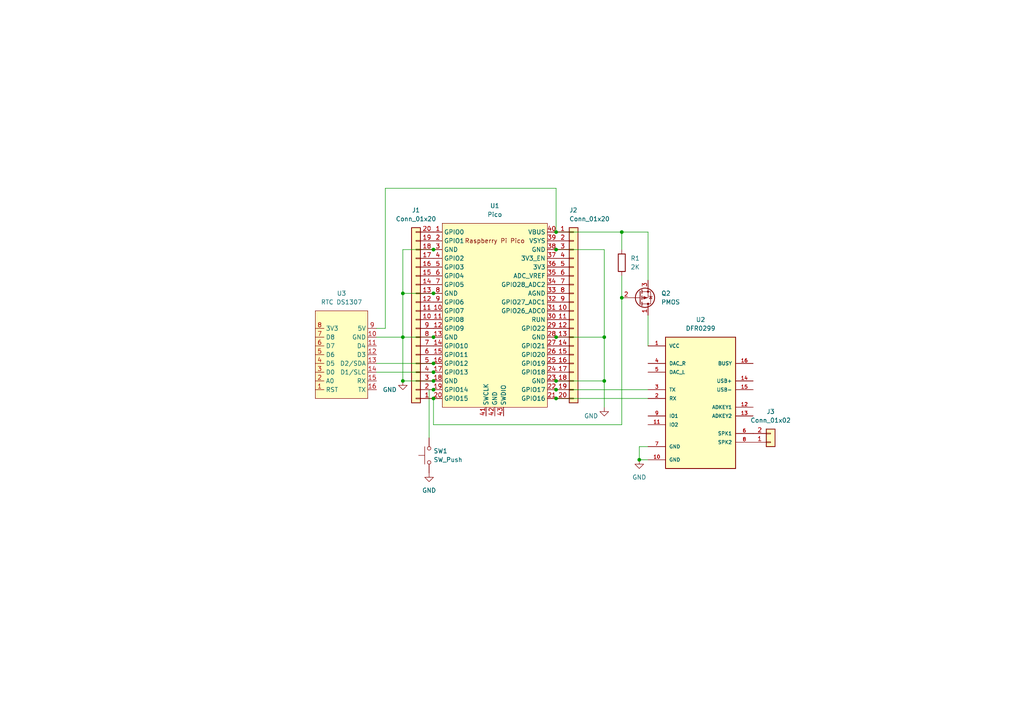
<source format=kicad_sch>
(kicad_sch (version 20230121) (generator eeschema)
  (paper "A4")
  (lib_symbols
    (symbol "Connector_Generic:Conn_01x02" (pin_names (offset 1.016) hide)
      (property "Reference" "J" (at 0 2.54 0))
      (property "Value" "Conn_01x02" (at 0 -5.08 0))
      (symbol "Conn_01x02_1_1"
        (rectangle (start -1.27 -2.413) (end 0 -2.667) (stroke (width 0.1524)))
        (rectangle (start -1.27 0.127) (end 0 -0.127) (stroke (width 0.1524)))
        (rectangle (start -1.27 1.27) (end 1.27 -3.81) (stroke (width 0.254)) (fill (type background)))
        (pin passive line (at -5.08 0 0) (length 3.81) (name "Pin_1") (number "1"))
        (pin passive line (at -5.08 -2.54 0) (length 3.81) (name "Pin_2") (number "2"))
      )
    )
    (symbol "Connector_Generic:Conn_01x20" (pin_names (offset 1.016) hide)
      (property "Reference" "J" (at 0 25.4 0))
      (property "Value" "Conn_01x20" (at 0 -27.94 0))
      (symbol "Conn_01x20_1_1"
        (rectangle (start -1.27 -25.273) (end 0 -25.527) (stroke (width 0.1524)))
        (rectangle (start -1.27 -22.733) (end 0 -22.987) (stroke (width 0.1524)))
        (rectangle (start -1.27 -20.193) (end 0 -20.447) (stroke (width 0.1524)))
        (rectangle (start -1.27 -17.653) (end 0 -17.907) (stroke (width 0.1524)))
        (rectangle (start -1.27 -15.113) (end 0 -15.367) (stroke (width 0.1524)))
        (rectangle (start -1.27 -12.573) (end 0 -12.827) (stroke (width 0.1524)))
        (rectangle (start -1.27 -10.033) (end 0 -10.287) (stroke (width 0.1524)))
        (rectangle (start -1.27 -7.493) (end 0 -7.747) (stroke (width 0.1524)))
        (rectangle (start -1.27 -4.953) (end 0 -5.207) (stroke (width 0.1524)))
        (rectangle (start -1.27 -2.413) (end 0 -2.667) (stroke (width 0.1524)))
        (rectangle (start -1.27 0.127) (end 0 -0.127) (stroke (width 0.1524)))
        (rectangle (start -1.27 2.667) (end 0 2.413) (stroke (width 0.1524)))
        (rectangle (start -1.27 5.207) (end 0 4.953) (stroke (width 0.1524)))
        (rectangle (start -1.27 7.747) (end 0 7.493) (stroke (width 0.1524)))
        (rectangle (start -1.27 10.287) (end 0 10.033) (stroke (width 0.1524)))
        (rectangle (start -1.27 12.827) (end 0 12.573) (stroke (width 0.1524)))
        (rectangle (start -1.27 15.367) (end 0 15.113) (stroke (width 0.1524)))
        (rectangle (start -1.27 17.907) (end 0 17.653) (stroke (width 0.1524)))
        (rectangle (start -1.27 20.447) (end 0 20.193) (stroke (width 0.1524)))
        (rectangle (start -1.27 22.987) (end 0 22.733) (stroke (width 0.1524)))
        (rectangle (start -1.27 24.13) (end 1.27 -26.67) (stroke (width 0.254)) (fill (type background)))
        (pin passive line (at -5.08 22.86 0) (length 3.81) (name "Pin_1") (number "1"))
        (pin passive line (at -5.08 0 0) (length 3.81) (name "Pin_10") (number "10"))
        (pin passive line (at -5.08 -2.54 0) (length 3.81) (name "Pin_11") (number "11"))
        (pin passive line (at -5.08 -5.08 0) (length 3.81) (name "Pin_12") (number "12"))
        (pin passive line (at -5.08 -7.62 0) (length 3.81) (name "Pin_13") (number "13"))
        (pin passive line (at -5.08 -10.16 0) (length 3.81) (name "Pin_14") (number "14"))
        (pin passive line (at -5.08 -12.7 0) (length 3.81) (name "Pin_15") (number "15"))
        (pin passive line (at -5.08 -15.24 0) (length 3.81) (name "Pin_16") (number "16"))
        (pin passive line (at -5.08 -17.78 0) (length 3.81) (name "Pin_17") (number "17"))
        (pin passive line (at -5.08 -20.32 0) (length 3.81) (name "Pin_18") (number "18"))
        (pin passive line (at -5.08 -22.86 0) (length 3.81) (name "Pin_19") (number "19"))
        (pin passive line (at -5.08 20.32 0) (length 3.81) (name "Pin_2") (number "2"))
        (pin passive line (at -5.08 -25.4 0) (length 3.81) (name "Pin_20") (number "20"))
        (pin passive line (at -5.08 17.78 0) (length 3.81) (name "Pin_3") (number "3"))
        (pin passive line (at -5.08 15.24 0) (length 3.81) (name "Pin_4") (number "4"))
        (pin passive line (at -5.08 12.7 0) (length 3.81) (name "Pin_5") (number "5"))
        (pin passive line (at -5.08 10.16 0) (length 3.81) (name "Pin_6") (number "6"))
        (pin passive line (at -5.08 7.62 0) (length 3.81) (name "Pin_7") (number "7"))
        (pin passive line (at -5.08 5.08 0) (length 3.81) (name "Pin_8") (number "8"))
        (pin passive line (at -5.08 2.54 0) (length 3.81) (name "Pin_9") (number "9"))
      )
    )
    (symbol "DFR0299:DFR0299" (pin_names (offset 1.016))
      (property "Reference" "U2" (at 0 22.86 0))
      (property "Value" "DFR0299" (at 0 20.32 0))
      (symbol "DFR0299_0_0"
        (rectangle (start -10.16 -20.32) (end 10.16 17.78) (stroke (width 0.254)) (fill (type background)))
        (pin power_in line (at 15.24 15.24 180) (length 5.08) (name "VCC") (number "1"))
        (pin power_in line (at 15.24 -17.78 180) (length 5.08) (name "GND") (number "10"))
        (pin bidirectional line (at 15.24 -7.62 180) (length 5.08) (name "IO2") (number "11"))
        (pin input line (at -15.24 -2.54 0) (length 5.08) (name "ADKEY1") (number "12"))
        (pin input line (at -15.24 -5.08 0) (length 5.08) (name "ADKEY2") (number "13"))
        (pin input line (at -15.24 5.08 0) (length 5.08) (name "USB+") (number "14"))
        (pin input line (at -15.24 2.54 0) (length 5.08) (name "USB-") (number "15"))
        (pin input line (at -15.24 10.16 0) (length 5.08) (name "BUSY") (number "16"))
        (pin input line (at 15.24 0 180) (length 5.08) (name "RX") (number "2"))
        (pin output line (at 15.24 2.54 180) (length 5.08) (name "TX") (number "3"))
        (pin output line (at 15.24 10.16 180) (length 5.08) (name "DAC_R") (number "4"))
        (pin output line (at 15.24 7.62 180) (length 5.08) (name "DAC_L") (number "5"))
        (pin passive line (at -15.24 -10.16 0) (length 5.08) (name "SPK1") (number "6"))
        (pin passive line (at -15.24 -12.7 0) (length 5.08) (name "SPK2") (number "8"))
        (pin bidirectional line (at 15.24 -5.08 180) (length 5.08) (name "IO1") (number "9"))
      )
      (symbol "DFR0299_1_0"
        (pin power_in line (at 15.24 -13.97 180) (length 5.08) (name "GND") (number "7"))
      )
    )
    (symbol "Device:R" (pin_numbers hide) (pin_names (offset 0))
      (property "Reference" "R" (at 2.032 0 90))
      (property "Value" "R" (at 0 0 90))
      (symbol "R_0_1"
        (rectangle (start -1.016 -2.54) (end 1.016 2.54) (stroke (width 0.254)))
      )
      (symbol "R_1_1"
        (pin passive line (at 0 3.81 270) (length 1.27) (name "~") (number "1"))
        (pin passive line (at 0 -3.81 90) (length 1.27) (name "~") (number "2"))
      )
    )
    (symbol "MCU_RaspberryPi_and_Boards:Pico"
      (property "Reference" "U" (at -13.97 27.94 0))
      (property "Value" "Pico" (at 0 19.05 0))
      (symbol "Pico_0_0"
        (text "Raspberry Pi Pico" (at 0 21.59 0) (effects (font (size 1.27 1.27))))
      )
      (symbol "Pico_0_1"
        (rectangle (start -15.24 26.67) (end 15.24 -26.67) (fill (type background)))
      )
      (symbol "Pico_1_1"
        (pin bidirectional line (at -17.78 24.13 0) (length 2.54) (name "GPIO0") (number "1"))
        (pin bidirectional line (at -17.78 1.27 0) (length 2.54) (name "GPIO7") (number "10"))
        (pin bidirectional line (at -17.78 -1.27 0) (length 2.54) (name "GPIO8") (number "11"))
        (pin bidirectional line (at -17.78 -3.81 0) (length 2.54) (name "GPIO9") (number "12"))
        (pin power_in line (at -17.78 -6.35 0) (length 2.54) (name "GND") (number "13"))
        (pin bidirectional line (at -17.78 -8.89 0) (length 2.54) (name "GPIO10") (number "14"))
        (pin bidirectional line (at -17.78 -11.43 0) (length 2.54) (name "GPIO11") (number "15"))
        (pin bidirectional line (at -17.78 -13.97 0) (length 2.54) (name "GPIO12") (number "16"))
        (pin bidirectional line (at -17.78 -16.51 0) (length 2.54) (name "GPIO13") (number "17"))
        (pin power_in line (at -17.78 -19.05 0) (length 2.54) (name "GND") (number "18"))
        (pin bidirectional line (at -17.78 -21.59 0) (length 2.54) (name "GPIO14") (number "19"))
        (pin bidirectional line (at -17.78 21.59 0) (length 2.54) (name "GPIO1") (number "2"))
        (pin bidirectional line (at -17.78 -24.13 0) (length 2.54) (name "GPIO15") (number "20"))
        (pin bidirectional line (at 17.78 -24.13 180) (length 2.54) (name "GPIO16") (number "21"))
        (pin bidirectional line (at 17.78 -21.59 180) (length 2.54) (name "GPIO17") (number "22"))
        (pin power_in line (at 17.78 -19.05 180) (length 2.54) (name "GND") (number "23"))
        (pin bidirectional line (at 17.78 -16.51 180) (length 2.54) (name "GPIO18") (number "24"))
        (pin bidirectional line (at 17.78 -13.97 180) (length 2.54) (name "GPIO19") (number "25"))
        (pin bidirectional line (at 17.78 -11.43 180) (length 2.54) (name "GPIO20") (number "26"))
        (pin bidirectional line (at 17.78 -8.89 180) (length 2.54) (name "GPIO21") (number "27"))
        (pin power_in line (at 17.78 -6.35 180) (length 2.54) (name "GND") (number "28"))
        (pin bidirectional line (at 17.78 -3.81 180) (length 2.54) (name "GPIO22") (number "29"))
        (pin power_in line (at -17.78 19.05 0) (length 2.54) (name "GND") (number "3"))
        (pin input line (at 17.78 -1.27 180) (length 2.54) (name "RUN") (number "30"))
        (pin bidirectional line (at 17.78 1.27 180) (length 2.54) (name "GPIO26_ADC0") (number "31"))
        (pin bidirectional line (at 17.78 3.81 180) (length 2.54) (name "GPIO27_ADC1") (number "32"))
        (pin power_in line (at 17.78 6.35 180) (length 2.54) (name "AGND") (number "33"))
        (pin bidirectional line (at 17.78 8.89 180) (length 2.54) (name "GPIO28_ADC2") (number "34"))
        (pin power_in line (at 17.78 11.43 180) (length 2.54) (name "ADC_VREF") (number "35"))
        (pin power_in line (at 17.78 13.97 180) (length 2.54) (name "3V3") (number "36"))
        (pin input line (at 17.78 16.51 180) (length 2.54) (name "3V3_EN") (number "37"))
        (pin bidirectional line (at 17.78 19.05 180) (length 2.54) (name "GND") (number "38"))
        (pin power_in line (at 17.78 21.59 180) (length 2.54) (name "VSYS") (number "39"))
        (pin bidirectional line (at -17.78 16.51 0) (length 2.54) (name "GPIO2") (number "4"))
        (pin power_in line (at 17.78 24.13 180) (length 2.54) (name "VBUS") (number "40"))
        (pin input line (at -2.54 -29.21 90) (length 2.54) (name "SWCLK") (number "41"))
        (pin power_in line (at 0 -29.21 90) (length 2.54) (name "GND") (number "42"))
        (pin bidirectional line (at 2.54 -29.21 90) (length 2.54) (name "SWDIO") (number "43"))
        (pin bidirectional line (at -17.78 13.97 0) (length 2.54) (name "GPIO3") (number "5"))
        (pin bidirectional line (at -17.78 11.43 0) (length 2.54) (name "GPIO4") (number "6"))
        (pin bidirectional line (at -17.78 8.89 0) (length 2.54) (name "GPIO5") (number "7"))
        (pin power_in line (at -17.78 6.35 0) (length 2.54) (name "GND") (number "8"))
        (pin bidirectional line (at -17.78 3.81 0) (length 2.54) (name "GPIO6") (number "9"))
      )
    )
    (symbol "RCT DS1307:RTC__DS1307"
      (property "Reference" "U3" (at 0 -30.48 0))
      (property "Value" "RTC DS1307" (at 0 -27.94 0))
      (symbol "RTC__DS1307_1_1"
        (rectangle (start -7.62 0) (end 7.62 -25.4) (fill (type background)))
        (pin output line (at 7.62 -2.54 180) (length 2.54) (name "RST") (number "1"))
        (pin input line (at -10.16 -17.78 0) (length 2.54) (name "GND") (number "10"))
        (pin input line (at -10.16 -15.24 0) (length 2.54) (name "D4") (number "11"))
        (pin input line (at -10.16 -12.7 0) (length 2.54) (name "D3") (number "12"))
        (pin input line (at -10.16 -10.16 0) (length 2.54) (name "D2/SDA") (number "13"))
        (pin input line (at -10.16 -7.62 0) (length 2.54) (name "D1/SLC") (number "14"))
        (pin input line (at -10.16 -5.08 0) (length 2.54) (name "RX") (number "15"))
        (pin input line (at -10.16 -2.54 0) (length 2.54) (name "TX") (number "16"))
        (pin output line (at 7.62 -5.08 180) (length 2.54) (name "A0") (number "2"))
        (pin output line (at 7.62 -7.62 180) (length 2.54) (name "D0") (number "3"))
        (pin output line (at 7.62 -10.16 180) (length 2.54) (name "D5") (number "4"))
        (pin output line (at 7.62 -12.7 180) (length 2.54) (name "D6") (number "5"))
        (pin output line (at 7.62 -15.24 180) (length 2.54) (name "D7") (number "6"))
        (pin output line (at 7.62 -17.78 180) (length 2.54) (name "D8") (number "7"))
        (pin output line (at 7.62 -20.32 180) (length 2.54) (name "3V3") (number "8"))
        (pin input line (at -10.16 -20.32 0) (length 2.54) (name "5V") (number "9"))
      )
    )
    (symbol "Switch:SW_Push" (pin_numbers hide) (pin_names (offset 1.016) hide)
      (property "Reference" "SW" (at 1.27 2.54 0))
      (property "Value" "SW_Push" (at 0 -1.524 0))
      (symbol "SW_Push_0_1"
        (circle (center -2.032 0) (radius 0.508))
        (polyline (pts (xy 0 1.27) (xy 0 3.048)))
        (polyline (pts (xy 2.54 1.27) (xy -2.54 1.27)))
        (circle (center 2.032 0) (radius 0.508))
        (pin passive line (at -5.08 0 0) (length 2.54) (name "1") (number "1"))
        (pin passive line (at 5.08 0 180) (length 2.54) (name "2") (number "2"))
      )
    )
    (symbol "Transistor_FET:BS250" (pin_names hide)
      (property "Reference" "Q" (at 5.08 1.905 0))
      (property "Value" "BS250" (at 5.08 0 0))
      (symbol "BS250_0_1"
        (polyline (pts (xy 0.254 0) (xy -2.54 0)))
        (polyline (pts (xy 0.254 1.905) (xy 0.254 -1.905)) (stroke (width 0.254)))
        (polyline (pts (xy 0.762 -1.27) (xy 0.762 -2.286)) (stroke (width 0.254)))
        (polyline (pts (xy 0.762 0.508) (xy 0.762 -0.508)) (stroke (width 0.254)))
        (polyline (pts (xy 0.762 2.286) (xy 0.762 1.27)) (stroke (width 0.254)))
        (polyline (pts (xy 2.54 2.54) (xy 2.54 1.778)))
        (polyline (pts (xy 2.54 -2.54) (xy 2.54 0) (xy 0.762 0)))
        (polyline (pts (xy 0.762 1.778) (xy 3.302 1.778) (xy 3.302 -1.778) (xy 0.762 -1.778)))
        (polyline (pts (xy 2.286 0) (xy 1.27 0.381) (xy 1.27 -0.381) (xy 2.286 0)) (fill (type outline)))
        (polyline (pts (xy 2.794 -0.508) (xy 2.921 -0.381) (xy 3.683 -0.381) (xy 3.81 -0.254)))
        (polyline (pts (xy 3.302 -0.381) (xy 2.921 0.254) (xy 3.683 0.254) (xy 3.302 -0.381)))
        (circle (center 1.651 0) (radius 2.794) (stroke (width 0.254)))
        (circle (center 2.54 -1.778) (radius 0.254) (fill (type outline)))
        (circle (center 2.54 1.778) (radius 0.254) (fill (type outline)))
      )
      (symbol "BS250_1_1"
        (pin passive line (at 2.54 5.08 270) (length 2.54) (name "D") (number "1"))
        (pin input line (at -5.08 0 0) (length 2.54) (name "G") (number "2"))
        (pin passive line (at 2.54 -5.08 90) (length 2.54) (name "S") (number "3"))
      )
    )
    (symbol "power:GND" (power) (pin_names (offset 0))
      (property "Value" "GND" (at 0 -3.81 0))
      (symbol "GND_0_1"
        (polyline (pts (xy 0 0) (xy 0 -1.27) (xy 1.27 -1.27) (xy 0 -2.54) (xy -1.27 -1.27) (xy 0 -1.27)))
      )
      (symbol "GND_1_1"
        (pin power_in line (at 0 0 270) (length 0) hide (name "GND") (number "1"))
      )
    )
  )
  (junction (at 180.34 67.31))
  (junction (at 185.42 133.35))
  (junction (at 125.73 85.09))
  (junction (at 116.84 97.79))
  (junction (at 125.73 113.03))
  (junction (at 161.29 72.39))
  (junction (at 161.29 115.57))
  (junction (at 125.73 97.79))
  (junction (at 175.26 97.79))
  (junction (at 125.73 107.95))
  (junction (at 180.34 86.36))
  (junction (at 175.26 110.49))
  (junction (at 116.84 85.09))
  (junction (at 161.29 110.49))
  (junction (at 125.73 72.39))
  (junction (at 116.84 110.49))
  (junction (at 125.73 105.41))
  (junction (at 161.29 113.03))
  (junction (at 125.73 115.57))
  (junction (at 161.29 67.31))
  (junction (at 125.73 110.49))
  (junction (at 161.29 97.79))
  (wire (pts (xy 161.29 110.49) (xy 175.26 110.49)))
  (wire (pts (xy 124.46 113.03) (xy 124.46 127)))
  (wire (pts (xy 116.84 85.09) (xy 116.84 97.79)))
  (wire (pts (xy 175.26 118.11) (xy 175.26 110.49)))
  (wire (pts (xy 116.84 97.79) (xy 116.84 110.49)))
  (wire (pts (xy 187.96 91.44) (xy 187.96 100.33)))
  (wire (pts (xy 125.73 123.19) (xy 180.34 123.19)))
  (wire (pts (xy 161.29 67.31) (xy 180.34 67.31)))
  (wire (pts (xy 111.76 54.61) (xy 161.29 54.61)))
  (wire (pts (xy 161.29 115.57) (xy 187.96 115.57)))
  (wire (pts (xy 116.84 72.39) (xy 125.73 72.39)))
  (wire (pts (xy 175.26 97.79) (xy 175.26 110.49)))
  (wire (pts (xy 124.46 113.03) (xy 125.73 113.03)))
  (wire (pts (xy 180.34 86.36) (xy 182.88 86.36)))
  (wire (pts (xy 116.84 85.09) (xy 125.73 85.09)))
  (wire (pts (xy 116.84 110.49) (xy 125.73 110.49)))
  (wire (pts (xy 111.76 54.61) (xy 111.76 95.25)))
  (wire (pts (xy 180.34 67.31) (xy 180.34 72.39)))
  (wire (pts (xy 161.29 54.61) (xy 161.29 67.31)))
  (wire (pts (xy 116.84 97.79) (xy 125.73 97.79)))
  (wire (pts (xy 116.84 72.39) (xy 116.84 85.09)))
  (wire (pts (xy 180.34 80.01) (xy 180.34 86.36)))
  (wire (pts (xy 187.96 129.54) (xy 185.42 129.54)))
  (wire (pts (xy 109.22 95.25) (xy 111.76 95.25)))
  (wire (pts (xy 187.96 133.35) (xy 185.42 133.35)))
  (wire (pts (xy 125.73 115.57) (xy 125.73 123.19)))
  (wire (pts (xy 109.22 97.79) (xy 116.84 97.79)))
  (wire (pts (xy 187.96 67.31) (xy 187.96 81.28)))
  (wire (pts (xy 109.22 105.41) (xy 125.73 105.41)))
  (wire (pts (xy 175.26 72.39) (xy 175.26 97.79)))
  (wire (pts (xy 180.34 67.31) (xy 187.96 67.31)))
  (wire (pts (xy 185.42 129.54) (xy 185.42 133.35)))
  (wire (pts (xy 161.29 113.03) (xy 187.96 113.03)))
  (wire (pts (xy 161.29 72.39) (xy 175.26 72.39)))
  (wire (pts (xy 180.34 86.36) (xy 180.34 123.19)))
  (wire (pts (xy 109.22 107.95) (xy 125.73 107.95)))
  (wire (pts (xy 161.29 97.79) (xy 175.26 97.79)))
  (symbol (lib_id "Connector_Generic:Conn_01x02") (at 223.52 128.27 0) (mirror x) (unit 1)
    (property "Reference" "J3" (at 223.52 119.38 0))
    (property "Value" "Conn_01x02" (at 223.52 121.92 0))
    (property "Footprint" "Connector_PinSocket_2.54mm:PinSocket_1x02_P2.54mm_Vertical" (effects hide))
  )
  (symbol (lib_id "RCT DS1307:RTC__DS1307") (at 99.06 115.57 180) (unit 1)
    (property "Reference" "U3" (at 99.06 85.09 0))
    (property "Value" "RTC DS1307" (at 99.06 87.63 0))
    (property "Footprint" "RTC DS1307:RTC DS1307" (effects hide))
  )
  (symbol (lib_id "Connector_Generic:Conn_01x20") (at 166.37 90.17 0) (unit 1)
    (property "Reference" "J2" (at 165.1 60.96 0) (effects (justify left)))
    (property "Value" "Conn_01x20" (at 165.1 63.5 0) (effects (justify left)))
    (property "Footprint" "Connector_PinHeader_2.54mm:PinHeader_1x20_P2.54mm_Vertical" (effects hide))
  )
  (symbol (lib_id "power:GND") (at 116.84 110.49 0) (unit 1)
    (property "Reference" "#PWR02" (effects hide))
    (property "Value" "GND" (at 113.03 113.03 0))
  )
  (symbol (lib_id "Device:R") (at 180.34 76.2 0) (unit 1)
    (property "Reference" "R1" (at 182.88 74.93 0) (effects (justify left)))
    (property "Value" "2K" (at 182.88 77.47 0) (effects (justify left)))
    (property "Footprint" "Resistor_THT:R_Axial_DIN0207_L6.3mm_D2.5mm_P7.62mm_Horizontal" (effects hide))
  )
  (symbol (lib_id "power:GND") (at 175.26 118.11 0) (unit 1)
    (property "Reference" "#PWR03" (effects hide))
    (property "Value" "GND" (at 171.45 120.65 0))
  )
  (symbol (lib_id "MCU_RaspberryPi_and_Boards:Pico") (at 143.51 91.44 0) (unit 1)
    (property "Reference" "U1" (at 143.51 59.69 0))
    (property "Value" "Pico" (at 143.51 62.23 0))
    (property "Footprint" "MCU_RaspberryPi_and_Boards:RPi_Pico_SMD_TH" (effects hide))
  )
  (symbol (lib_id "Transistor_FET:BS250") (at 185.42 86.36 0) (mirror x) (unit 1)
    (property "Reference" "Q2" (at 191.77 85.09 0) (effects (justify left)))
    (property "Value" "PMOS" (at 191.77 87.63 0) (effects (justify left)))
    (property "Footprint" "Package_TO_SOT_THT:TO-92_Inline" (effects hide))
    (property "Datasheet" "https://www.diodes.com/assets/Datasheets/ZVP2106A.pdf" (effects hide))
  )
  (symbol (lib_id "power:GND") (at 124.46 137.16 0) (unit 1)
    (property "Reference" "#PWR04" (effects hide))
    (property "Value" "GND" (at 124.46 142.24 0))
  )
  (symbol (lib_id "Connector_Generic:Conn_01x20") (at 120.65 92.71 180) (unit 1)
    (property "Reference" "J1" (at 120.65 60.96 0))
    (property "Value" "Conn_01x20" (at 120.65 63.5 0))
    (property "Footprint" "Connector_PinHeader_2.54mm:PinHeader_1x20_P2.54mm_Vertical" (effects hide))
  )
  (symbol (lib_id "power:GND") (at 185.42 133.35 0) (mirror y) (unit 1)
    (property "Reference" "#PWR01" (effects hide))
    (property "Value" "GND" (at 185.42 138.43 0))
  )
  (symbol (lib_id "DFR0299:DFR0299") (at 203.2 115.57 0) (mirror y) (unit 1)
    (property "Reference" "U2" (at 203.2 92.71 0))
    (property "Value" "DFR0299" (at 203.2 95.25 0))
    (property "Footprint" "DFR0299:MODULE_DFR0299" (effects hide))
    (property "MF" "DFRobot" (effects hide))
    (property "DESCRIPTION" "Dfplayer - a Mini Mp3 Player" (effects hide))
    (property "PACKAGE" "None" (effects hide))
    (property "PRICE" "None" (effects hide))
    (property "Package" "None" (effects hide))
    (property "Check_prices" "https://www.snapeda.com/parts/DFR0299/DFRobot/view-part/?ref=eda" (effects hide))
    (property "Price" "None" (effects hide))
    (property "SnapEDA_Link" "https://www.snapeda.com/parts/DFR0299/DFRobot/view-part/?ref=snap" (effects hide))
    (property "MP" "DFR0299" (effects hide))
    (property "Purchase-URL" "https://www.snapeda.com/api/url_track_click_mouser/?unipart_id=588059&manufacturer=DFRobot&part_name=DFR0299&search_term=dfr0299" (effects hide))
    (property "Availability" "In Stock" (effects hide))
    (property "AVAILABILITY" "Unavailable" (effects hide))
    (property "Description" "\n- MP3 Player Audio Arduino Platform Evaluation Expansion Board\n" (effects hide))
  )
  (symbol (lib_id "Switch:SW_Push") (at 124.46 132.08 90) (unit 1)
    (property "Reference" "SW1" (at 125.73 130.81 90) (effects (justify right)))
    (property "Value" "SW_Push" (at 125.73 133.35 90) (effects (justify right)))
    (property "Footprint" "Button_Switch_THT:SW_PUSH_6mm" (effects hide))
  )
)
</source>
